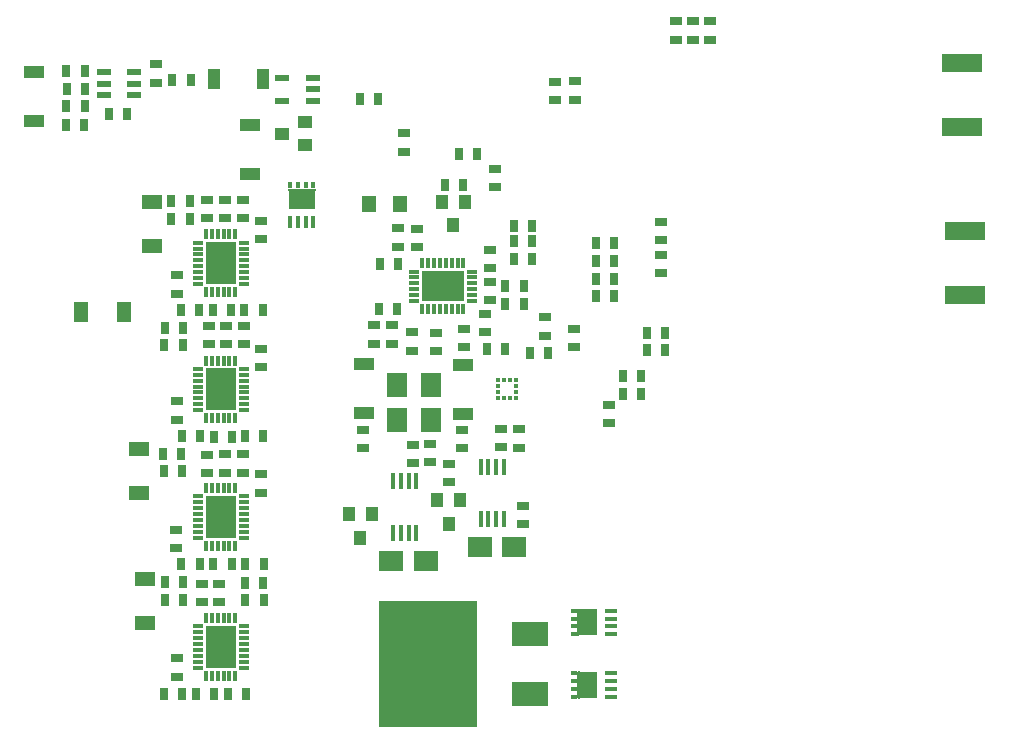
<source format=gbr>
G04 EAGLE Gerber RS-274X export*
G75*
%MOMM*%
%FSLAX34Y34*%
%LPD*%
%INSolderpaste Bottom*%
%IPPOS*%
%AMOC8*
5,1,8,0,0,1.08239X$1,22.5*%
G01*
%ADD10R,3.050000X2.030000*%
%ADD11R,8.380000X10.660000*%
%ADD12R,0.350000X0.300000*%
%ADD13R,0.300000X0.350000*%
%ADD14R,0.650000X1.000000*%
%ADD15R,2.150000X1.800000*%
%ADD16R,1.000000X0.650000*%
%ADD17R,1.200000X1.400000*%
%ADD18R,1.800000X1.300000*%
%ADD19R,1.300000X1.800000*%
%ADD20R,1.800000X2.150000*%
%ADD21R,0.300000X0.850000*%
%ADD22R,0.850000X0.300000*%
%ADD23R,3.650000X2.650000*%
%ADD24R,1.720000X1.120000*%
%ADD25R,1.120000X1.720000*%
%ADD26R,1.250000X0.600000*%
%ADD27R,0.450000X1.400000*%
%ADD28R,0.405000X0.990000*%
%ADD29R,0.405000X0.510000*%
%ADD30R,2.235000X1.725000*%
%ADD31R,0.200000X0.250000*%
%ADD32R,1.000000X1.270000*%
%ADD33R,1.270000X1.000000*%
%ADD34R,0.990000X0.405000*%
%ADD35R,0.510000X0.405000*%
%ADD36R,1.725000X2.235000*%
%ADD37R,0.250000X0.200000*%
%ADD38R,2.650000X3.650000*%
%ADD39R,1.200000X0.550000*%
%ADD40R,3.500000X1.500000*%


D10*
X516960Y493600D03*
X516960Y442800D03*
D11*
X430800Y468200D03*
D12*
X505420Y709000D03*
X505420Y704000D03*
X505420Y699000D03*
X505420Y694000D03*
D13*
X500300Y694000D03*
X495300Y694000D03*
D12*
X490180Y694000D03*
X490180Y699000D03*
X490180Y704000D03*
X490180Y709000D03*
D13*
X495300Y709000D03*
X500300Y709000D03*
D14*
X373050Y946400D03*
X388550Y946400D03*
X588050Y809700D03*
X572550Y809700D03*
D15*
X474350Y567300D03*
X503850Y567300D03*
D16*
X511100Y602550D03*
X511100Y587050D03*
X420900Y821550D03*
X420900Y837050D03*
D14*
X405150Y807000D03*
X389650Y807000D03*
D16*
X385000Y739750D03*
X385000Y755250D03*
X461000Y736650D03*
X461000Y752150D03*
X437000Y733550D03*
X437000Y749050D03*
X479000Y749450D03*
X479000Y764950D03*
X483000Y803350D03*
X483000Y818850D03*
X583500Y672250D03*
X583500Y687750D03*
D14*
X503250Y839300D03*
X518750Y839300D03*
X595350Y712000D03*
X610850Y712000D03*
X503250Y826300D03*
X518750Y826300D03*
X588150Y779700D03*
X572650Y779700D03*
X496150Y788300D03*
X511650Y788300D03*
X496050Y773300D03*
X511550Y773300D03*
D16*
X529300Y762050D03*
X529300Y746550D03*
D14*
X480450Y735100D03*
X495950Y735100D03*
X516650Y731700D03*
X532150Y731700D03*
X615950Y734300D03*
X631450Y734300D03*
D16*
X669600Y1012550D03*
X669600Y997050D03*
X655200Y1012550D03*
X655200Y997050D03*
X640800Y1012550D03*
X640800Y997050D03*
X487400Y887550D03*
X487400Y872050D03*
D14*
X139850Y970800D03*
X124350Y970800D03*
X139750Y924800D03*
X124250Y924800D03*
X175850Y933800D03*
X160350Y933800D03*
X214050Y963200D03*
X229550Y963200D03*
D17*
X380700Y858300D03*
X406700Y858300D03*
D16*
X554400Y736950D03*
X554400Y752450D03*
D14*
X275650Y537100D03*
X291150Y537100D03*
X503250Y811300D03*
X518750Y811300D03*
D16*
X253900Y520750D03*
X253900Y536250D03*
X218100Y473150D03*
X218100Y457650D03*
D18*
X190700Y540400D03*
X190700Y503400D03*
D14*
X207050Y443100D03*
X222550Y443100D03*
X261150Y443100D03*
X276650Y443100D03*
D16*
X273900Y630350D03*
X273900Y645850D03*
X258900Y630450D03*
X258900Y645950D03*
X217100Y582050D03*
X217100Y566550D03*
D18*
X185600Y650400D03*
X185600Y613400D03*
D14*
X588050Y824700D03*
X572550Y824700D03*
X221750Y553100D03*
X237250Y553100D03*
X275850Y553100D03*
X291350Y553100D03*
D16*
X274900Y739450D03*
X274900Y754950D03*
X259900Y739350D03*
X259900Y754850D03*
X218100Y690750D03*
X218100Y675250D03*
D19*
X136600Y766100D03*
X173600Y766100D03*
D14*
X222450Y661100D03*
X237950Y661100D03*
X275550Y661100D03*
X291050Y661100D03*
X588150Y794700D03*
X572650Y794700D03*
D16*
X273900Y845750D03*
X273900Y861250D03*
X258900Y845650D03*
X258900Y861150D03*
X218100Y797450D03*
X218100Y781950D03*
D18*
X196600Y859300D03*
X196600Y822300D03*
D14*
X221350Y768100D03*
X236850Y768100D03*
X275250Y768100D03*
X290750Y768100D03*
D20*
X404600Y674850D03*
X404600Y704350D03*
D16*
X448100Y637650D03*
X448100Y622150D03*
D15*
X399550Y555300D03*
X429050Y555300D03*
D20*
X433300Y674850D03*
X433300Y704350D03*
D21*
X460600Y768700D03*
X455600Y768700D03*
X450600Y768700D03*
X445600Y768700D03*
X440600Y768700D03*
X435600Y768700D03*
X430600Y768700D03*
X425600Y768700D03*
D22*
X418600Y775700D03*
X418600Y780700D03*
X418600Y785700D03*
X418600Y790700D03*
X418600Y795700D03*
X418600Y800700D03*
D21*
X425600Y807700D03*
X430600Y807700D03*
X435600Y807700D03*
X440600Y807700D03*
X445600Y807700D03*
X450600Y807700D03*
X455600Y807700D03*
X460600Y807700D03*
D22*
X467600Y800700D03*
X467600Y795700D03*
X467600Y790700D03*
X467600Y785700D03*
X467600Y780700D03*
X467600Y775700D03*
D23*
X443100Y788200D03*
D24*
X97200Y928250D03*
X97200Y969750D03*
X460200Y679950D03*
X460200Y721450D03*
X280300Y924650D03*
X280300Y883150D03*
D25*
X249350Y963800D03*
X290850Y963800D03*
D24*
X376200Y681050D03*
X376200Y722550D03*
D26*
X156300Y950400D03*
X156300Y959900D03*
X156300Y969400D03*
X181300Y969400D03*
X181300Y959900D03*
X181300Y950400D03*
D27*
X401150Y623300D03*
X407650Y623300D03*
X414150Y623300D03*
X420650Y623300D03*
X420650Y579300D03*
X414150Y579300D03*
X407650Y579300D03*
X401150Y579300D03*
X475150Y635300D03*
X481650Y635300D03*
X488150Y635300D03*
X494650Y635300D03*
X494650Y591300D03*
X488150Y591300D03*
X481650Y591300D03*
X475150Y591300D03*
D14*
X233850Y443000D03*
X249350Y443000D03*
X248950Y553000D03*
X264450Y553000D03*
X249050Y661000D03*
X264550Y661000D03*
X248350Y768000D03*
X263850Y768000D03*
D16*
X483000Y776250D03*
X483000Y791750D03*
D14*
X631650Y749000D03*
X616150Y749000D03*
D16*
X200000Y960550D03*
X200000Y976050D03*
D28*
X333520Y842550D03*
X326920Y842550D03*
X320320Y842550D03*
X313720Y842550D03*
D29*
X313720Y873650D03*
X320320Y873650D03*
X326920Y873650D03*
X333520Y873650D03*
D30*
X323620Y862480D03*
D31*
X312640Y869850D03*
X334560Y869850D03*
D32*
X448100Y586900D03*
X457600Y606900D03*
X438600Y606900D03*
X373400Y575100D03*
X382900Y595100D03*
X363900Y595100D03*
X452100Y839900D03*
X461600Y859900D03*
X442600Y859900D03*
D33*
X306900Y917600D03*
X326900Y908100D03*
X326900Y927100D03*
D34*
X585350Y460520D03*
X585350Y453920D03*
X585350Y447320D03*
X585350Y440720D03*
D35*
X554250Y440720D03*
X554250Y447320D03*
X554250Y453920D03*
X554250Y460520D03*
D36*
X565420Y450620D03*
D37*
X558050Y439640D03*
X558050Y461560D03*
D34*
X585250Y513520D03*
X585250Y506920D03*
X585250Y500320D03*
X585250Y493720D03*
D35*
X554150Y493720D03*
X554150Y500320D03*
X554150Y506920D03*
X554150Y513520D03*
D36*
X565320Y503620D03*
D37*
X557950Y492640D03*
X557950Y514560D03*
D14*
X140350Y955600D03*
X124850Y955600D03*
X456650Y899900D03*
X472150Y899900D03*
X139950Y941100D03*
X124450Y941100D03*
X611050Y697100D03*
X595550Y697100D03*
D16*
X410400Y917850D03*
X410400Y902350D03*
X238900Y536150D03*
X238900Y520650D03*
D14*
X291450Y522600D03*
X275950Y522600D03*
X223050Y522800D03*
X207550Y522800D03*
X207550Y537800D03*
X223050Y537800D03*
D16*
X243900Y645750D03*
X243900Y630250D03*
X289400Y629150D03*
X289400Y613650D03*
D14*
X222450Y631600D03*
X206950Y631600D03*
X206150Y645900D03*
X221650Y645900D03*
D16*
X244900Y754950D03*
X244900Y739450D03*
X289400Y735550D03*
X289400Y720050D03*
D14*
X222850Y738600D03*
X207350Y738600D03*
X207550Y752900D03*
X223050Y752900D03*
D16*
X243800Y861150D03*
X243800Y845650D03*
X289400Y843750D03*
X289400Y828250D03*
D14*
X228850Y845600D03*
X213350Y845600D03*
X213350Y860100D03*
X228850Y860100D03*
D16*
X538100Y946050D03*
X538100Y961550D03*
X375800Y666850D03*
X375800Y651350D03*
X417800Y653750D03*
X417800Y638250D03*
X432600Y639450D03*
X432600Y654950D03*
X459800Y666650D03*
X459800Y651150D03*
X492800Y667550D03*
X492800Y652050D03*
X507600Y651550D03*
X507600Y667050D03*
D14*
X388850Y769400D03*
X404350Y769400D03*
D16*
X405400Y837250D03*
X405400Y821750D03*
X417400Y749350D03*
X417400Y733850D03*
X399800Y755050D03*
X399800Y739550D03*
X555100Y946150D03*
X555100Y961650D03*
D14*
X460150Y874200D03*
X444650Y874200D03*
D22*
X235500Y465400D03*
X235500Y470400D03*
X235500Y475400D03*
X235500Y480400D03*
X235500Y485400D03*
X235500Y490400D03*
X235500Y495400D03*
X235500Y500400D03*
D21*
X242500Y507400D03*
X247500Y507400D03*
X252500Y507400D03*
X257500Y507400D03*
X262500Y507400D03*
X267500Y507400D03*
D22*
X274500Y500400D03*
X274500Y495400D03*
X274500Y490400D03*
X274500Y485400D03*
X274500Y480400D03*
X274500Y475400D03*
X274500Y470400D03*
X274500Y465400D03*
D21*
X267500Y458400D03*
X262500Y458400D03*
X257500Y458400D03*
X252500Y458400D03*
X247500Y458400D03*
X242500Y458400D03*
D38*
X255000Y482900D03*
D22*
X235500Y575400D03*
X235500Y580400D03*
X235500Y585400D03*
X235500Y590400D03*
X235500Y595400D03*
X235500Y600400D03*
X235500Y605400D03*
X235500Y610400D03*
D21*
X242500Y617400D03*
X247500Y617400D03*
X252500Y617400D03*
X257500Y617400D03*
X262500Y617400D03*
X267500Y617400D03*
D22*
X274500Y610400D03*
X274500Y605400D03*
X274500Y600400D03*
X274500Y595400D03*
X274500Y590400D03*
X274500Y585400D03*
X274500Y580400D03*
X274500Y575400D03*
D21*
X267500Y568400D03*
X262500Y568400D03*
X257500Y568400D03*
X252500Y568400D03*
X247500Y568400D03*
X242500Y568400D03*
D38*
X255000Y592900D03*
D22*
X235500Y683400D03*
X235500Y688400D03*
X235500Y693400D03*
X235500Y698400D03*
X235500Y703400D03*
X235500Y708400D03*
X235500Y713400D03*
X235500Y718400D03*
D21*
X242500Y725400D03*
X247500Y725400D03*
X252500Y725400D03*
X257500Y725400D03*
X262500Y725400D03*
X267500Y725400D03*
D22*
X274500Y718400D03*
X274500Y713400D03*
X274500Y708400D03*
X274500Y703400D03*
X274500Y698400D03*
X274500Y693400D03*
X274500Y688400D03*
X274500Y683400D03*
D21*
X267500Y676400D03*
X262500Y676400D03*
X257500Y676400D03*
X252500Y676400D03*
X247500Y676400D03*
X242500Y676400D03*
D38*
X255000Y700900D03*
D22*
X235500Y790200D03*
X235500Y795200D03*
X235500Y800200D03*
X235500Y805200D03*
X235500Y810200D03*
X235500Y815200D03*
X235500Y820200D03*
X235500Y825200D03*
D21*
X242500Y832200D03*
X247500Y832200D03*
X252500Y832200D03*
X257500Y832200D03*
X262500Y832200D03*
X267500Y832200D03*
D22*
X274500Y825200D03*
X274500Y820200D03*
X274500Y815200D03*
X274500Y810200D03*
X274500Y805200D03*
X274500Y800200D03*
X274500Y795200D03*
X274500Y790200D03*
D21*
X267500Y783200D03*
X262500Y783200D03*
X257500Y783200D03*
X252500Y783200D03*
X247500Y783200D03*
X242500Y783200D03*
D38*
X255000Y807700D03*
D39*
X333100Y964400D03*
X333100Y954900D03*
X333100Y945400D03*
X307100Y945400D03*
X307100Y964400D03*
D40*
X883000Y923000D03*
X883000Y977000D03*
X885000Y781000D03*
X885000Y835000D03*
D16*
X628000Y814750D03*
X628000Y799250D03*
X628000Y827250D03*
X628000Y842750D03*
M02*

</source>
